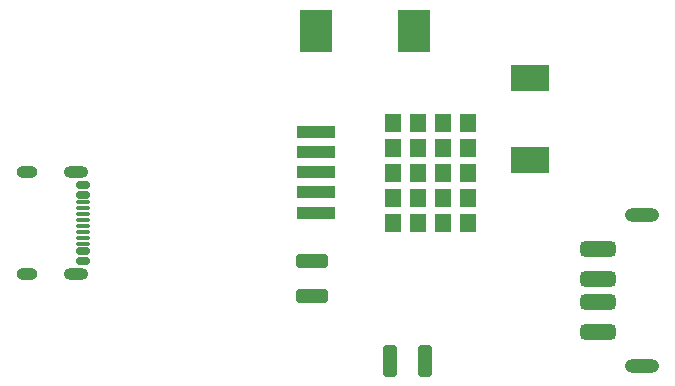
<source format=gbr>
%TF.GenerationSoftware,KiCad,Pcbnew,9.0.6*%
%TF.CreationDate,2026-01-01T16:42:09+02:00*%
%TF.ProjectId,RouterSupplySwitcherSource,526f7574-6572-4537-9570-706c79537769,rev?*%
%TF.SameCoordinates,Original*%
%TF.FileFunction,Paste,Top*%
%TF.FilePolarity,Positive*%
%FSLAX46Y46*%
G04 Gerber Fmt 4.6, Leading zero omitted, Abs format (unit mm)*
G04 Created by KiCad (PCBNEW 9.0.6) date 2026-01-01 16:42:09*
%MOMM*%
%LPD*%
G01*
G04 APERTURE LIST*
G04 Aperture macros list*
%AMRoundRect*
0 Rectangle with rounded corners*
0 $1 Rounding radius*
0 $2 $3 $4 $5 $6 $7 $8 $9 X,Y pos of 4 corners*
0 Add a 4 corners polygon primitive as box body*
4,1,4,$2,$3,$4,$5,$6,$7,$8,$9,$2,$3,0*
0 Add four circle primitives for the rounded corners*
1,1,$1+$1,$2,$3*
1,1,$1+$1,$4,$5*
1,1,$1+$1,$6,$7*
1,1,$1+$1,$8,$9*
0 Add four rect primitives between the rounded corners*
20,1,$1+$1,$2,$3,$4,$5,0*
20,1,$1+$1,$4,$5,$6,$7,0*
20,1,$1+$1,$6,$7,$8,$9,0*
20,1,$1+$1,$8,$9,$2,$3,0*%
G04 Aperture macros list end*
%ADD10C,0.010000*%
%ADD11R,3.210000X1.050000*%
%ADD12R,3.180000X2.250000*%
%ADD13R,2.700000X3.600000*%
%ADD14RoundRect,0.250000X0.325000X1.100000X-0.325000X1.100000X-0.325000X-1.100000X0.325000X-1.100000X0*%
%ADD15RoundRect,0.250000X1.100000X-0.325000X1.100000X0.325000X-1.100000X0.325000X-1.100000X-0.325000X0*%
%ADD16O,2.900000X1.200000*%
%ADD17RoundRect,0.325000X1.175000X-0.325000X1.175000X0.325000X-1.175000X0.325000X-1.175000X-0.325000X0*%
%ADD18RoundRect,0.150000X-0.425000X0.150000X-0.425000X-0.150000X0.425000X-0.150000X0.425000X0.150000X0*%
%ADD19RoundRect,0.075000X-0.500000X0.075000X-0.500000X-0.075000X0.500000X-0.075000X0.500000X0.075000X0*%
%ADD20O,2.100000X1.000000*%
%ADD21O,1.800000X1.000000*%
G04 APERTURE END LIST*
D10*
%TO.C,VR1*%
X137405000Y-86535000D02*
X136145000Y-86535000D01*
X136145000Y-85115000D01*
X137405000Y-85115000D01*
X137405000Y-86535000D01*
G36*
X137405000Y-86535000D02*
G01*
X136145000Y-86535000D01*
X136145000Y-85115000D01*
X137405000Y-85115000D01*
X137405000Y-86535000D01*
G37*
X137405000Y-88645000D02*
X136145000Y-88645000D01*
X136145000Y-87225000D01*
X137405000Y-87225000D01*
X137405000Y-88645000D01*
G36*
X137405000Y-88645000D02*
G01*
X136145000Y-88645000D01*
X136145000Y-87225000D01*
X137405000Y-87225000D01*
X137405000Y-88645000D01*
G37*
X137405000Y-90755000D02*
X136145000Y-90755000D01*
X136145000Y-89335000D01*
X137405000Y-89335000D01*
X137405000Y-90755000D01*
G36*
X137405000Y-90755000D02*
G01*
X136145000Y-90755000D01*
X136145000Y-89335000D01*
X137405000Y-89335000D01*
X137405000Y-90755000D01*
G37*
X137405000Y-92865000D02*
X136145000Y-92865000D01*
X136145000Y-91445000D01*
X137405000Y-91445000D01*
X137405000Y-92865000D01*
G36*
X137405000Y-92865000D02*
G01*
X136145000Y-92865000D01*
X136145000Y-91445000D01*
X137405000Y-91445000D01*
X137405000Y-92865000D01*
G37*
X137405000Y-94975000D02*
X136145000Y-94975000D01*
X136145000Y-93555000D01*
X137405000Y-93555000D01*
X137405000Y-94975000D01*
G36*
X137405000Y-94975000D02*
G01*
X136145000Y-94975000D01*
X136145000Y-93555000D01*
X137405000Y-93555000D01*
X137405000Y-94975000D01*
G37*
X139525000Y-86535000D02*
X138265000Y-86535000D01*
X138265000Y-85115000D01*
X139525000Y-85115000D01*
X139525000Y-86535000D01*
G36*
X139525000Y-86535000D02*
G01*
X138265000Y-86535000D01*
X138265000Y-85115000D01*
X139525000Y-85115000D01*
X139525000Y-86535000D01*
G37*
X139525000Y-88645000D02*
X138265000Y-88645000D01*
X138265000Y-87225000D01*
X139525000Y-87225000D01*
X139525000Y-88645000D01*
G36*
X139525000Y-88645000D02*
G01*
X138265000Y-88645000D01*
X138265000Y-87225000D01*
X139525000Y-87225000D01*
X139525000Y-88645000D01*
G37*
X139525000Y-90755000D02*
X138265000Y-90755000D01*
X138265000Y-89335000D01*
X139525000Y-89335000D01*
X139525000Y-90755000D01*
G36*
X139525000Y-90755000D02*
G01*
X138265000Y-90755000D01*
X138265000Y-89335000D01*
X139525000Y-89335000D01*
X139525000Y-90755000D01*
G37*
X139525000Y-92865000D02*
X138265000Y-92865000D01*
X138265000Y-91445000D01*
X139525000Y-91445000D01*
X139525000Y-92865000D01*
G36*
X139525000Y-92865000D02*
G01*
X138265000Y-92865000D01*
X138265000Y-91445000D01*
X139525000Y-91445000D01*
X139525000Y-92865000D01*
G37*
X139525000Y-94975000D02*
X138265000Y-94975000D01*
X138265000Y-93555000D01*
X139525000Y-93555000D01*
X139525000Y-94975000D01*
G36*
X139525000Y-94975000D02*
G01*
X138265000Y-94975000D01*
X138265000Y-93555000D01*
X139525000Y-93555000D01*
X139525000Y-94975000D01*
G37*
X141645000Y-86535000D02*
X140385000Y-86535000D01*
X140385000Y-85115000D01*
X141645000Y-85115000D01*
X141645000Y-86535000D01*
G36*
X141645000Y-86535000D02*
G01*
X140385000Y-86535000D01*
X140385000Y-85115000D01*
X141645000Y-85115000D01*
X141645000Y-86535000D01*
G37*
X141645000Y-88645000D02*
X140385000Y-88645000D01*
X140385000Y-87225000D01*
X141645000Y-87225000D01*
X141645000Y-88645000D01*
G36*
X141645000Y-88645000D02*
G01*
X140385000Y-88645000D01*
X140385000Y-87225000D01*
X141645000Y-87225000D01*
X141645000Y-88645000D01*
G37*
X141645000Y-90755000D02*
X140385000Y-90755000D01*
X140385000Y-89335000D01*
X141645000Y-89335000D01*
X141645000Y-90755000D01*
G36*
X141645000Y-90755000D02*
G01*
X140385000Y-90755000D01*
X140385000Y-89335000D01*
X141645000Y-89335000D01*
X141645000Y-90755000D01*
G37*
X141645000Y-92865000D02*
X140385000Y-92865000D01*
X140385000Y-91445000D01*
X141645000Y-91445000D01*
X141645000Y-92865000D01*
G36*
X141645000Y-92865000D02*
G01*
X140385000Y-92865000D01*
X140385000Y-91445000D01*
X141645000Y-91445000D01*
X141645000Y-92865000D01*
G37*
X141645000Y-94975000D02*
X140385000Y-94975000D01*
X140385000Y-93555000D01*
X141645000Y-93555000D01*
X141645000Y-94975000D01*
G36*
X141645000Y-94975000D02*
G01*
X140385000Y-94975000D01*
X140385000Y-93555000D01*
X141645000Y-93555000D01*
X141645000Y-94975000D01*
G37*
X143765000Y-86535000D02*
X142505000Y-86535000D01*
X142505000Y-85115000D01*
X143765000Y-85115000D01*
X143765000Y-86535000D01*
G36*
X143765000Y-86535000D02*
G01*
X142505000Y-86535000D01*
X142505000Y-85115000D01*
X143765000Y-85115000D01*
X143765000Y-86535000D01*
G37*
X143765000Y-88645000D02*
X142505000Y-88645000D01*
X142505000Y-87225000D01*
X143765000Y-87225000D01*
X143765000Y-88645000D01*
G36*
X143765000Y-88645000D02*
G01*
X142505000Y-88645000D01*
X142505000Y-87225000D01*
X143765000Y-87225000D01*
X143765000Y-88645000D01*
G37*
X143765000Y-90755000D02*
X142505000Y-90755000D01*
X142505000Y-89335000D01*
X143765000Y-89335000D01*
X143765000Y-90755000D01*
G36*
X143765000Y-90755000D02*
G01*
X142505000Y-90755000D01*
X142505000Y-89335000D01*
X143765000Y-89335000D01*
X143765000Y-90755000D01*
G37*
X143765000Y-92865000D02*
X142505000Y-92865000D01*
X142505000Y-91445000D01*
X143765000Y-91445000D01*
X143765000Y-92865000D01*
G36*
X143765000Y-92865000D02*
G01*
X142505000Y-92865000D01*
X142505000Y-91445000D01*
X143765000Y-91445000D01*
X143765000Y-92865000D01*
G37*
X143765000Y-94975000D02*
X142505000Y-94975000D01*
X142505000Y-93555000D01*
X143765000Y-93555000D01*
X143765000Y-94975000D01*
G36*
X143765000Y-94975000D02*
G01*
X142505000Y-94975000D01*
X142505000Y-93555000D01*
X143765000Y-93555000D01*
X143765000Y-94975000D01*
G37*
%TD*%
D11*
%TO.C,VR1*%
X130325000Y-86645000D03*
X130325000Y-88345000D03*
X130325000Y-90045000D03*
X130325000Y-91745000D03*
X130325000Y-93445000D03*
%TD*%
D12*
%TO.C,D3*%
X148455000Y-82090000D03*
X148455000Y-89000000D03*
%TD*%
D13*
%TO.C,L1*%
X130305000Y-78045000D03*
X138605000Y-78045000D03*
%TD*%
D14*
%TO.C,C3*%
X139520000Y-106005000D03*
X136570000Y-106005000D03*
%TD*%
D15*
%TO.C,C2*%
X129955000Y-100520000D03*
X129955000Y-97570000D03*
%TD*%
D16*
%TO.C,J3*%
X157905000Y-106445000D03*
X157905000Y-93645000D03*
D17*
X154205000Y-103545000D03*
X154205000Y-101045000D03*
X154205000Y-99045000D03*
X154205000Y-96545000D03*
%TD*%
D18*
%TO.C,P1*%
X110575000Y-91120000D03*
X110575000Y-91920000D03*
D19*
X110575000Y-93070000D03*
X110575000Y-94070000D03*
X110575000Y-94570000D03*
X110575000Y-95570000D03*
D18*
X110575000Y-96720000D03*
X110575000Y-97520000D03*
X110575000Y-97520000D03*
X110575000Y-96720000D03*
D19*
X110575000Y-96070000D03*
X110575000Y-95070000D03*
X110575000Y-93570000D03*
X110575000Y-92570000D03*
D18*
X110575000Y-91920000D03*
X110575000Y-91120000D03*
D20*
X110000000Y-90000000D03*
D21*
X105820000Y-90000000D03*
D20*
X110000000Y-98640000D03*
D21*
X105820000Y-98640000D03*
%TD*%
M02*

</source>
